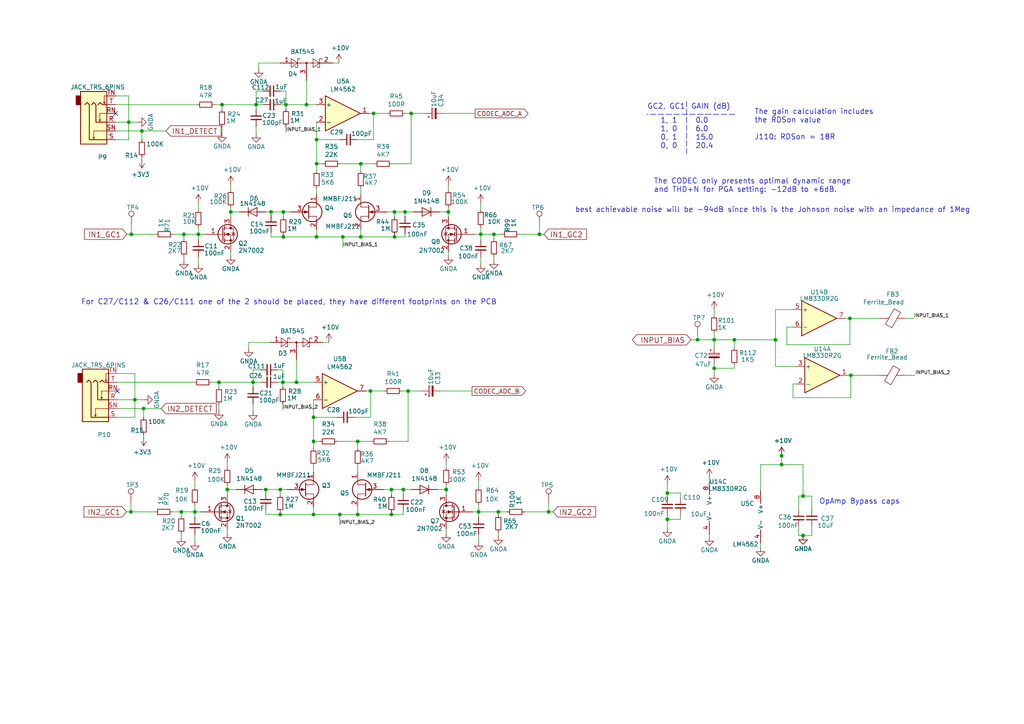
<source format=kicad_sch>
(kicad_sch (version 20211123) (generator eeschema)
  (paper "A4")
  (title_block (title "MOD Dwarf - Main Board") (date "2021-09-06") (rev "3.0") (company "MOD Devices GmbH") (comment 1 "Dwarf Audio processing board") (comment 2 "https://github.com/moddevices/hw-mod-dwarf"))
  (junction (at 41.656 118.491))
  (junction (at 156.464 67.945))
  (junction (at 246.761 108.839))
  (junction (at 226.695 134.747))
  (junction (at 91.821 47.498))
  (junction (at 103.759 149.225))
  (junction (at 90.932 121.031))
  (junction (at 99.441 68.707))
  (junction (at 37.338 35.433))
  (junction (at 52.578 148.463))
  (junction (at 98.552 149.225))
  (junction (at 77.089 141.986))
  (junction (at 81.28 149.225))
  (junction (at 91.821 68.707))
  (junction (at 232.918 143.891))
  (junction (at 207.137 98.552))
  (junction (at 224.917 98.552))
  (junction (at 129.413 141.986))
  (junction (at 66.929 61.468))
  (junction (at 193.548 143.002))
  (junction (at 104.648 47.498))
  (junction (at 65.913 141.986))
  (junction (at 114.427 68.707))
  (junction (at 118.364 113.411))
  (junction (at 103.759 128.016))
  (junction (at 212.979 98.552))
  (junction (at 232.918 155.321))
  (junction (at 63.5 110.871))
  (junction (at 38.1 67.945))
  (junction (at 64.389 30.353))
  (junction (at 53.34 67.945))
  (junction (at 91.821 40.513))
  (junction (at 104.648 68.707))
  (junction (at 88.9 30.353))
  (junction (at 113.538 141.986))
  (junction (at 130.048 61.468))
  (junction (at 139.446 67.945))
  (junction (at 226.695 132.207))
  (junction (at 82.169 68.707))
  (junction (at 138.811 148.463))
  (junction (at 159.131 148.463))
  (junction (at 41.148 37.973))
  (junction (at 144.526 148.463))
  (junction (at 78.613 61.468))
  (junction (at 202.311 98.552))
  (junction (at 90.932 149.225))
  (junction (at 193.548 150.622))
  (junction (at 90.932 128.016))
  (junction (at 74.295 30.353))
  (junction (at 57.531 67.945))
  (junction (at 207.137 106.807))
  (junction (at 116.967 141.986))
  (junction (at 39.116 115.951))
  (junction (at 119.253 32.893))
  (junction (at 82.931 30.353))
  (junction (at 108.331 32.893))
  (junction (at 113.538 149.225))
  (junction (at 246.507 92.329))
  (junction (at 82.042 110.871))
  (junction (at 82.169 61.468))
  (junction (at 73.406 110.871))
  (junction (at 107.442 113.411))
  (junction (at 85.979 110.871))
  (junction (at 81.28 141.986))
  (junction (at 117.475 61.468))
  (junction (at 143.256 67.945))
  (junction (at 37.973 148.463))
  (junction (at 56.515 148.463))
  (junction (at 114.427 61.468))
  (no_connect (at 34.036 113.411))
  (no_connect (at 33.528 32.893))
  (wire (pts (xy 137.033 148.463) (xy 138.811 148.463)))
  (wire (pts (xy 66.929 73.025) (xy 66.929 74.168)))
  (wire (pts (xy 41.656 115.951) (xy 39.116 115.951)))
  (wire (pts (xy 74.295 36.703) (xy 74.295 38.735)))
  (wire (pts (xy 119.253 32.893) (xy 117.475 32.893)))
  (wire (pts (xy 246.761 108.839) (xy 254.889 108.839)))
  (wire (pts (xy 76.327 30.353) (xy 74.295 30.353)))
  (wire (pts (xy 90.932 115.951) (xy 90.932 121.031)))
  (wire (pts (xy 68.453 141.986) (xy 65.913 141.986)))
  (wire (pts (xy 220.599 134.747) (xy 226.695 134.747)))
  (wire (pts (xy 139.446 74.549) (xy 139.446 76.581)))
  (wire (pts (xy 129.413 141.986) (xy 129.413 143.383)))
  (wire (pts (xy 138.811 155.067) (xy 138.811 157.099)))
  (wire (pts (xy 139.446 67.945) (xy 143.256 67.945)))
  (wire (pts (xy 232.918 143.891) (xy 231.648 143.891)))
  (wire (pts (xy 41.148 45.593) (xy 41.148 46.228)))
  (wire (pts (xy 226.695 134.747) (xy 232.918 134.747)))
  (wire (pts (xy 107.442 121.031) (xy 107.442 113.411)))
  (wire (pts (xy 139.446 58.928) (xy 139.446 60.833)))
  (wire (pts (xy 96.52 18.288) (xy 98.298 18.288)))
  (wire (pts (xy 56.515 155.067) (xy 56.515 157.099)))
  (wire (pts (xy 80.518 110.871) (xy 82.042 110.871)))
  (wire (pts (xy 34.036 115.951) (xy 39.116 115.951)))
  (wire (pts (xy 82.042 110.871) (xy 82.042 112.141)))
  (wire (pts (xy 232.918 134.747) (xy 232.918 143.891)))
  (wire (pts (xy 212.979 105.918) (xy 212.979 106.807)))
  (wire (pts (xy 107.442 113.411) (xy 111.506 113.411)))
  (wire (pts (xy 130.048 60.198) (xy 130.048 61.468)))
  (wire (pts (xy 152.146 148.463) (xy 159.131 148.463)))
  (wire (pts (xy 82.931 26.416) (xy 82.931 30.353)))
  (wire (pts (xy 103.759 149.225) (xy 98.552 149.225)))
  (wire (pts (xy 207.137 106.807) (xy 212.979 106.807)))
  (wire (pts (xy 212.979 100.838) (xy 212.979 98.552)))
  (wire (pts (xy 41.656 126.111) (xy 41.656 126.746)))
  (wire (pts (xy 235.458 152.781) (xy 235.458 155.321)))
  (wire (pts (xy 56.515 148.463) (xy 56.515 146.431)))
  (wire (pts (xy 207.137 98.552) (xy 207.137 96.52)))
  (wire (pts (xy 38.1 67.945) (xy 45.085 67.945)))
  (wire (pts (xy 91.821 66.548) (xy 91.821 68.707)))
  (wire (pts (xy 113.538 148.59) (xy 113.538 149.225)))
  (wire (pts (xy 107.061 32.893) (xy 108.331 32.893)))
  (wire (pts (xy 65.913 153.543) (xy 65.913 154.686)))
  (wire (pts (xy 73.406 107.2642) (xy 73.406 110.871)))
  (wire (pts (xy 117.475 67.818) (xy 117.475 68.707)))
  (wire (pts (xy 104.648 56.388) (xy 104.648 54.61)))
  (wire (pts (xy 41.656 118.491) (xy 41.656 121.031)))
  (wire (pts (xy 82.169 68.707) (xy 91.821 68.707)))
  (wire (pts (xy 113.538 143.51) (xy 113.538 141.986)))
  (wire (pts (xy 104.648 47.498) (xy 108.585 47.498)))
  (wire (pts (xy 63.5 110.871) (xy 63.5 112.268)))
  (wire (pts (xy 229.997 94.869) (xy 228.219 94.869)))
  (wire (pts (xy 104.648 66.548) (xy 104.648 68.707)))
  (wire (pts (xy 74.295 30.353) (xy 74.295 31.623)))
  (wire (pts (xy 78.613 61.468) (xy 82.169 61.468)))
  (wire (pts (xy 41.656 118.491) (xy 34.036 118.491)))
  (wire (pts (xy 58.293 148.463) (xy 56.515 148.463)))
  (wire (pts (xy 197.358 149.352) (xy 197.358 150.622)))
  (wire (pts (xy 90.932 121.031) (xy 97.663 121.031)))
  (wire (pts (xy 77.089 142.875) (xy 77.089 141.986)))
  (wire (pts (xy 139.446 67.945) (xy 139.446 69.469)))
  (wire (pts (xy 61.341 110.871) (xy 63.5 110.871)))
  (wire (pts (xy 90.932 128.016) (xy 90.932 121.031)))
  (wire (pts (xy 220.599 142.24) (xy 220.599 134.747)))
  (wire (pts (xy 75.057 18.288) (xy 81.28 18.288)))
  (wire (pts (xy 138.811 148.463) (xy 144.526 148.463)))
  (wire (pts (xy 88.9 23.368) (xy 88.9 30.353)))
  (wire (pts (xy 77.089 61.468) (xy 78.613 61.468)))
  (wire (pts (xy 56.515 148.463) (xy 52.578 148.463)))
  (wire (pts (xy 119.253 47.498) (xy 119.253 32.893)))
  (wire (pts (xy 127.508 113.411) (xy 136.906 113.411)))
  (wire (pts (xy 262.763 92.329) (xy 265.049 92.329)))
  (wire (pts (xy 65.913 141.986) (xy 65.913 143.383)))
  (wire (pts (xy 39.116 121.031) (xy 39.116 115.951)))
  (polyline (pts (xy 213.106 33.147) (xy 187.706 33.147)))
  (wire (pts (xy 220.599 158.75) (xy 220.599 157.48)))
  (wire (pts (xy 207.137 91.44) (xy 207.137 89.916)))
  (wire (pts (xy 114.427 68.072) (xy 114.427 68.707)))
  (wire (pts (xy 52.578 149.733) (xy 52.578 148.463)))
  (wire (pts (xy 108.331 40.513) (xy 108.331 32.893)))
  (wire (pts (xy 34.036 108.331) (xy 39.116 108.331)))
  (wire (pts (xy 56.515 139.446) (xy 56.515 141.351)))
  (wire (pts (xy 57.531 67.945) (xy 57.531 65.913)))
  (wire (pts (xy 63.5 110.871) (xy 73.406 110.871)))
  (wire (pts (xy 116.967 141.986) (xy 119.253 141.986)))
  (wire (pts (xy 229.997 115.316) (xy 229.997 111.379)))
  (wire (pts (xy 202.311 98.552) (xy 207.137 98.552)))
  (wire (pts (xy 130.048 61.468) (xy 130.048 62.865)))
  (wire (pts (xy 246.761 108.839) (xy 246.761 115.316)))
  (wire (pts (xy 144.526 149.352) (xy 144.526 148.463)))
  (wire (pts (xy 80.518 107.2642) (xy 82.042 107.2642)))
  (wire (pts (xy 231.648 155.321) (xy 232.918 155.321)))
  (wire (pts (xy 37.338 35.433) (xy 37.338 40.513)))
  (wire (pts (xy 90.932 130.048) (xy 90.932 128.016)))
  (wire (pts (xy 112.268 61.468) (xy 114.427 61.468)))
  (wire (pts (xy 246.126 108.839) (xy 246.761 108.839)))
  (wire (pts (xy 116.967 149.225) (xy 113.538 149.225)))
  (wire (pts (xy 126.873 141.986) (xy 129.413 141.986)))
  (wire (pts (xy 137.668 67.945) (xy 139.446 67.945)))
  (wire (pts (xy 41.148 37.973) (xy 33.528 37.973)))
  (wire (pts (xy 224.917 98.552) (xy 224.917 106.299)))
  (wire (pts (xy 118.364 113.411) (xy 116.586 113.411)))
  (wire (pts (xy 73.406 110.871) (xy 73.406 112.141)))
  (wire (pts (xy 66.929 61.468) (xy 66.929 62.865)))
  (wire (pts (xy 82.169 62.992) (xy 82.169 61.468)))
  (wire (pts (xy 108.331 32.893) (xy 112.395 32.893)))
  (wire (pts (xy 97.79 128.016) (xy 103.759 128.016)))
  (wire (pts (xy 229.997 111.379) (xy 230.886 111.379)))
  (wire (pts (xy 57.531 58.928) (xy 57.531 60.833)))
  (wire (pts (xy 139.446 67.945) (xy 139.446 65.913)))
  (wire (pts (xy 235.458 147.701) (xy 235.458 143.891)))
  (wire (pts (xy 231.648 143.891) (xy 231.648 147.701)))
  (wire (pts (xy 129.413 153.543) (xy 129.413 154.686)))
  (wire (pts (xy 103.759 136.906) (xy 103.759 135.128)))
  (wire (pts (xy 90.932 147.066) (xy 90.932 149.225)))
  (wire (pts (xy 82.169 61.468) (xy 84.201 61.468)))
  (wire (pts (xy 93.599 47.498) (xy 91.821 47.498)))
  (wire (pts (xy 73.406 117.221) (xy 73.406 119.253)))
  (wire (pts (xy 78.613 62.357) (xy 78.613 61.468)))
  (wire (pts (xy 113.665 47.498) (xy 119.253 47.498)))
  (wire (pts (xy 37.338 35.433) (xy 37.338 27.813)))
  (wire (pts (xy 103.632 40.513) (xy 108.331 40.513)))
  (wire (pts (xy 66.929 60.198) (xy 66.929 61.468)))
  (wire (pts (xy 48.133 37.973) (xy 41.148 37.973)))
  (wire (pts (xy 90.932 136.906) (xy 90.932 135.128)))
  (wire (pts (xy 200.406 98.552) (xy 202.311 98.552)))
  (wire (pts (xy 118.364 113.411) (xy 122.428 113.411)))
  (wire (pts (xy 202.311 97.282) (xy 202.311 98.552)))
  (wire (pts (xy 56.515 148.463) (xy 56.515 149.987)))
  (wire (pts (xy 143.256 74.422) (xy 143.256 75.438)))
  (wire (pts (xy 74.295 26.416) (xy 74.295 30.353)))
  (wire (pts (xy 117.475 61.468) (xy 119.888 61.468)))
  (wire (pts (xy 207.137 100.584) (xy 207.137 98.552)))
  (wire (pts (xy 197.358 144.272) (xy 197.358 143.002)))
  (wire (pts (xy 34.036 110.871) (xy 56.261 110.871)))
  (wire (pts (xy 82.169 68.072) (xy 82.169 68.707)))
  (polyline (pts (xy 199.136 29.337) (xy 199.136 44.577)))
  (wire (pts (xy 231.648 152.781) (xy 231.648 155.321)))
  (wire (pts (xy 81.28 148.59) (xy 81.28 149.225)))
  (wire (pts (xy 34.036 121.031) (xy 39.116 121.031)))
  (wire (pts (xy 235.458 143.891) (xy 232.918 143.891)))
  (wire (pts (xy 85.979 110.871) (xy 82.042 110.871)))
  (wire (pts (xy 57.531 67.945) (xy 53.34 67.945)))
  (wire (pts (xy 91.821 40.513) (xy 98.552 40.513)))
  (wire (pts (xy 127.508 61.468) (xy 130.048 61.468)))
  (wire (pts (xy 207.137 105.664) (xy 207.137 106.807)))
  (wire (pts (xy 64.389 30.353) (xy 64.389 31.75)))
  (wire (pts (xy 64.389 36.83) (xy 64.389 38.608)))
  (wire (pts (xy 232.918 155.321) (xy 235.458 155.321)))
  (wire (pts (xy 228.219 99.949) (xy 246.507 99.949)))
  (wire (pts (xy 91.821 30.353) (xy 88.9 30.353)))
  (wire (pts (xy 39.116 108.331) (xy 39.116 115.951)))
  (wire (pts (xy 99.441 71.755) (xy 99.441 68.707)))
  (wire (pts (xy 104.648 68.707) (xy 99.441 68.707)))
  (wire (pts (xy 212.979 98.552) (xy 224.917 98.552)))
  (wire (pts (xy 53.34 69.342) (xy 53.34 67.945)))
  (wire (pts (xy 116.967 143.129) (xy 116.967 141.986)))
  (wire (pts (xy 90.932 110.871) (xy 85.979 110.871)))
  (wire (pts (xy 63.5 117.348) (xy 63.5 119.126)))
  (wire (pts (xy 91.821 49.53) (xy 91.821 47.498)))
  (wire (pts (xy 65.913 134.112) (xy 65.913 135.636)))
  (wire (pts (xy 103.759 147.066) (xy 103.759 149.225)))
  (wire (pts (xy 205.74 154.94) (xy 205.74 155.702)))
  (wire (pts (xy 77.089 149.225) (xy 81.28 149.225)))
  (wire (pts (xy 53.34 74.422) (xy 53.34 75.438)))
  (wire (pts (xy 33.528 35.433) (xy 37.338 35.433)))
  (wire (pts (xy 229.997 89.789) (xy 224.917 89.789)))
  (wire (pts (xy 91.821 47.498) (xy 91.821 40.513)))
  (wire (pts (xy 33.528 30.353) (xy 57.15 30.353)))
  (wire (pts (xy 91.821 35.433) (xy 91.821 40.513)))
  (wire (pts (xy 98.552 149.225) (xy 90.932 149.225)))
  (wire (pts (xy 246.507 92.329) (xy 255.143 92.329)))
  (wire (pts (xy 117.475 68.707) (xy 114.427 68.707)))
  (wire (pts (xy 193.548 143.002) (xy 193.548 144.272)))
  (wire (pts (xy 193.548 140.462) (xy 193.548 143.002)))
  (wire (pts (xy 81.407 30.353) (xy 82.931 30.353)))
  (wire (pts (xy 159.131 145.796) (xy 159.131 148.463)))
  (wire (pts (xy 193.548 149.352) (xy 193.548 150.622)))
  (wire (pts (xy 114.427 62.992) (xy 114.427 61.468)))
  (wire (pts (xy 144.526 154.432) (xy 144.526 155.448)))
  (wire (pts (xy 76.3016 26.416) (xy 74.295 26.416)))
  (wire (pts (xy 33.528 27.813) (xy 37.338 27.813)))
  (wire (pts (xy 106.172 113.411) (xy 107.442 113.411)))
  (wire (pts (xy 119.253 32.893) (xy 123.317 32.893)))
  (wire (pts (xy 81.28 149.225) (xy 90.932 149.225)))
  (wire (pts (xy 224.917 89.789) (xy 224.917 98.552)))
  (wire (pts (xy 160.401 148.463) (xy 159.131 148.463)))
  (wire (pts (xy 36.703 148.463) (xy 37.973 148.463)))
  (wire (pts (xy 37.973 145.796) (xy 37.973 148.463)))
  (wire (pts (xy 77.089 141.986) (xy 81.28 141.986)))
  (wire (pts (xy 104.648 49.53) (xy 104.648 47.498)))
  (wire (pts (xy 81.28 143.51) (xy 81.28 141.986)))
  (wire (pts (xy 113.538 141.986) (xy 116.967 141.986)))
  (wire (pts (xy 46.736 118.491) (xy 41.656 118.491)))
  (wire (pts (xy 81.28 141.986) (xy 83.312 141.986)))
  (wire (pts (xy 39.878 35.433) (xy 37.338 35.433)))
  (wire (pts (xy 138.811 148.463) (xy 138.811 149.987)))
  (wire (pts (xy 138.811 148.463) (xy 138.811 146.431)))
  (wire (pts (xy 118.364 128.016) (xy 118.364 113.411)))
  (wire (pts (xy 197.358 150.622) (xy 193.548 150.622)))
  (wire (pts (xy 207.137 98.552) (xy 212.979 98.552)))
  (wire (pts (xy 150.622 67.945) (xy 156.464 67.945)))
  (wire (pts (xy 52.578 148.463) (xy 50.038 148.463)))
  (wire (pts (xy 93.599 99.314) (xy 95.377 99.314)))
  (wire (pts (xy 57.531 74.549) (xy 57.531 76.581)))
  (wire (pts (xy 82.042 107.2642) (xy 82.042 110.871)))
  (wire (pts (xy 102.743 121.031) (xy 107.442 121.031)))
  (wire (pts (xy 41.148 37.973) (xy 41.148 40.513)))
  (wire (pts (xy 77.089 147.955) (xy 77.089 149.225)))
  (wire (pts (xy 246.507 92.329) (xy 245.237 92.329)))
  (wire (pts (xy 130.048 53.594) (xy 130.048 55.118)))
  (wire (pts (xy 91.821 56.388) (xy 91.821 54.61)))
  (wire (pts (xy 103.759 128.016) (xy 107.696 128.016)))
  (wire (pts (xy 75.057 19.939) (xy 75.057 18.288)))
  (wire (pts (xy 78.613 67.437) (xy 78.613 68.707)))
  (wire (pts (xy 75.438 110.871) (xy 73.406 110.871)))
  (wire (pts (xy 92.71 128.016) (xy 90.932 128.016)))
  (wire (pts (xy 205.74 138.557) (xy 205.74 139.7)))
  (wire (pts (xy 72.136 99.314) (xy 78.359 99.314)))
  (wire (pts (xy 143.256 67.945) (xy 145.542 67.945)))
  (wire (pts (xy 129.413 134.112) (xy 129.413 135.636)))
  (wire (pts (xy 66.929 53.594) (xy 66.929 55.118)))
  (wire (pts (xy 65.913 140.716) (xy 65.913 141.986)))
  (wire (pts (xy 64.389 30.353) (xy 74.295 30.353)))
  (wire (pts (xy 111.379 141.986) (xy 113.538 141.986)))
  (wire (pts (xy 37.973 148.463) (xy 44.958 148.463)))
  (wire (pts (xy 224.917 106.299) (xy 230.886 106.299)))
  (wire (pts (xy 144.526 148.463) (xy 147.066 148.463)))
  (wire (pts (xy 82.931 30.353) (xy 82.931 31.623)))
  (wire (pts (xy 104.648 68.707) (xy 114.427 68.707)))
  (wire (pts (xy 33.528 40.513) (xy 37.338 40.513)))
  (wire (pts (xy 226.695 132.207) (xy 226.695 134.747)))
  (wire (pts (xy 82.931 38.354) (xy 82.931 36.703)))
  (wire (pts (xy 75.438 107.2642) (xy 73.406 107.2642)))
  (wire (pts (xy 129.413 140.716) (xy 129.413 141.986)))
  (wire (pts (xy 98.552 152.273) (xy 98.552 149.225)))
  (wire (pts (xy 38.1 65.278) (xy 38.1 67.945)))
  (wire (pts (xy 138.811 139.446) (xy 138.811 141.351)))
  (wire (pts (xy 78.613 68.707) (xy 82.169 68.707)))
  (wire (pts (xy 262.509 108.839) (xy 265.43 108.839)))
  (wire (pts (xy 130.048 73.025) (xy 130.048 74.168)))
  (wire (pts (xy 157.734 67.945) (xy 156.464 67.945)))
  (wire (pts (xy 76.073 141.986) (xy 77.089 141.986)))
  (wire (pts (xy 59.309 67.945) (xy 57.531 67.945)))
  (wire (pts (xy 36.83 67.945) (xy 38.1 67.945)))
  (wire (pts (xy 52.578 154.813) (xy 52.578 155.829)))
  (wire (pts (xy 103.759 130.048) (xy 103.759 128.016)))
  (wire (pts (xy 53.34 67.945) (xy 50.165 67.945)))
  (wire (pts (xy 81.3816 26.416) (xy 82.931 26.416)))
  (wire (pts (xy 88.9 30.353) (xy 82.931 30.353)))
  (wire (pts (xy 112.776 128.016) (xy 118.364 128.016)))
  (wire (pts (xy 207.137 106.807) (xy 207.137 108.458)))
  (wire (pts (xy 72.136 100.965) (xy 72.136 99.314)))
  (wire (pts (xy 193.548 150.622) (xy 193.548 153.162)))
  (wire (pts (xy 128.397 32.893) (xy 137.795 32.893)))
  (wire (pts (xy 246.761 115.316) (xy 229.997 115.316)))
  (wire (pts (xy 62.23 30.353) (xy 64.389 30.353)))
  (wire (pts (xy 197.358 143.002) (xy 193.548 143.002)))
  (wire (pts (xy 228.219 94.869) (xy 228.219 99.949)))
  (wire (pts (xy 116.967 148.209) (xy 116.967 149.225)))
  (wire (pts (xy 103.759 149.225) (xy 113.538 149.225)))
  (wire (pts (xy 117.475 62.738) (xy 117.475 61.468)))
  (wire (pts (xy 156.464 65.278) (xy 156.464 67.945)))
  (wire (pts (xy 114.427 61.468) (xy 117.475 61.468)))
  (wire (pts (xy 98.679 47.498) (xy 104.648 47.498)))
  (wire (pts (xy 57.531 67.945) (xy 57.531 69.469)))
  (wire (pts (xy 82.042 118.872) (xy 82.042 117.221)))
  (wire (pts (xy 69.469 61.468) (xy 66.929 61.468)))
  (wire (pts (xy 85.979 104.394) (xy 85.979 110.871)))
  (wire (pts (xy 99.441 68.707) (xy 91.821 68.707)))
  (wire (pts (xy 246.507 99.949) (xy 246.507 92.329)))
  (wire (pts (xy 143.256 69.342) (xy 143.256 67.945)))
  (text "best achievable noise will be -94dB since this is the Johnson noise with an impedance of 1Meg" (at 166.751 61.849 0) (effects (font (size 1.524 1.524)) (justify left bottom)))
  (text "The CODEC only presents optimal dynamic range\nand THD+N for PGA setting: -12dB to +6dB." (at 189.611 56.007 0) (effects (font (size 1.524 1.524)) (justify left bottom)))
  (text "OpAmp Bypass caps" (at 237.617 146.431 0) (effects (font (size 1.524 1.524)) (justify left bottom)))
  (text "For C27/C112 & C26/C111 one of the 2 should be placed, they have different footprints on the PCB" (at 23.495 88.5952 0) (effects (font (size 1.524 1.524)) (justify left bottom)))
  (text "The gain calculation includes\nthe RDSon value\n\nJ110: RDSon = 18R" (at 218.821 40.767 0) (effects (font (size 1.524 1.524)) (justify left bottom)))
  (text "1, 1\n1, 0\n0, 1\n0, 0" (at 191.516 43.307 0) (effects (font (size 1.524 1.524)) (justify left bottom)))
  (text "GAIN (dB)" (at 200.406 31.877 0) (effects (font (size 1.524 1.524)) (justify left bottom)))
  (text "0.0\n6.0\n15.0\n20.4" (at 201.676 43.307 0) (effects (font (size 1.524 1.524)) (justify left bottom)))
  (text "GC2, GC1" (at 187.706 31.877 0) (effects (font (size 1.524 1.524)) (justify left bottom)))
  (label "INPUT_BIAS_1" (at 82.931 38.354 0) (effects (font (size 0.9906 0.9906))))
  (label "INPUT_BIAS_2" (at 98.552 152.273 0) (effects (font (size 0.9906 0.9906))))
  (label "INPUT_BIAS_2" (at 265.43 108.839 0) (effects (font (size 0.9906 0.9906))))
  (label "INPUT_BIAS_1" (at 99.441 71.755 0) (effects (font (size 0.9906 0.9906))))
  (label "INPUT_BIAS_2" (at 82.042 118.872 0) (effects (font (size 0.9906 0.9906))))
  (label "INPUT_BIAS_1" (at 265.049 92.329 0) (effects (font (size 0.9906 0.9906))))
  (global_label "IN1_DETECT" (shape input) (at 48.133 37.973 0) (effects (font (size 1.524 1.524))) (property "Intersheet References" "${INTERSHEET_REFS}" (effects hide)))
  (global_label "IN2_GC1" (shape input) (at 36.703 148.463 180) (effects (font (size 1.524 1.524))) (property "Intersheet References" "${INTERSHEET_REFS}" (effects hide)))
  (global_label "IN1_GC2" (shape input) (at 157.734 67.945 0) (effects (font (size 1.524 1.524))) (property "Intersheet References" "${INTERSHEET_REFS}" (effects hide)))
  (global_label "CODEC_ADC_B" (shape output) (at 136.906 113.411 0) (property "Intersheet References" "${INTERSHEET_REFS}" (effects hide)))
  (global_label "IN1_GC1" (shape input) (at 36.83 67.945 180) (effects (font (size 1.524 1.524))) (property "Intersheet References" "${INTERSHEET_REFS}" (effects hide)))
  (global_label "IN2_DETECT" (shape input) (at 46.736 118.491 0) (effects (font (size 1.524 1.524))) (property "Intersheet References" "${INTERSHEET_REFS}" (effects hide)))
  (global_label "INPUT_BIAS" (shape bidirectional) (at 200.406 98.552 180) (effects (font (size 1.524 1.524))) (property "Intersheet References" "${INTERSHEET_REFS}" (effects hide)))
  (global_label "CODEC_ADC_A" (shape output) (at 137.795 32.893 0) (property "Intersheet References" "${INTERSHEET_REFS}" (effects hide)))
  (global_label "IN2_GC2" (shape input) (at 160.401 148.463 0) (effects (font (size 1.524 1.524))) (property "Intersheet References" "${INTERSHEET_REFS}" (effects hide)))
  (symbol (lib_id "bottom-board-rescue:R_Small-Device") (at 59.69 30.353 270) (unit 1)
    (property "Reference" "R18" (at 59.69 25.3746 90))
    (property "Value" "47R" (at 59.69 27.686 90))
    (property "Footprint" "Resistor_SMD:R_0603_1608Metric" (effects hide))
    (property "MPN" "RT0603DRE0747RL" (effects hide))
  )
  (symbol (lib_id "bottom-board-rescue:R_Small-Device") (at 64.389 34.29 180) (unit 1)
    (property "Reference" "R24" (at 65.8876 33.1216 0) (effects (justify right)))
    (property "Value" "1M" (at 65.532 35.052 0) (effects (justify right)))
    (property "Footprint" "Resistor_SMD:R_0603_1608Metric" (effects hide))
    (property "MPN" "RT0603BRD071ML" (effects hide))
  )
  (symbol (lib_id "bottom-board-rescue:C_Small") (at 74.295 34.163 0) (unit 1)
    (property "Reference" "C23" (at 76.073 33.528 0) (effects (justify left)))
    (property "Value" "100pF" (at 75.946 35.56 0) (effects (justify left)))
    (property "Footprint" "Capacitor_SMD:C_0603_1608Metric" (effects hide))
    (property "MPN" "C0603C101J3GACTU" (effects hide))
  )
  (symbol (lib_id "bottom-board-rescue:GNDA-power") (at 74.295 38.735 0) (unit 1)
    (property "Reference" "#PWR0138" (effects hide))
    (property "Value" "GNDA" (at 74.295 42.545 0))
  )
  (symbol (lib_id "bottom-board-rescue:GNDA-power") (at 64.389 38.608 0) (unit 1)
    (property "Reference" "#PWR0139" (effects hide))
    (property "Value" "GNDA" (at 64.389 42.418 0))
  )
  (symbol (lib_id "bottom-board-rescue:C_Small") (at 78.867 30.353 270) (unit 1)
    (property "Reference" "C27" (at 73.9648 29.083 90) (effects (justify left)))
    (property "Value" "1uF" (at 79.629 29.337 90) (effects (justify left)))
    (property "Footprint" "Capacitor_SMD:C_0603_1608Metric" (effects hide))
    (property "MPN" "TMK107B7105KA-T" (effects hide))
  )
  (symbol (lib_id "bottom-board-rescue:R_Small-Device") (at 82.931 34.163 180) (unit 1)
    (property "Reference" "R31" (at 84.4296 32.9946 0) (effects (justify right)))
    (property "Value" "1M" (at 84.074 34.925 0) (effects (justify right)))
    (property "Footprint" "Resistor_SMD:R_0603_1608Metric" (effects hide))
    (property "MPN" "RT0603BRD071ML" (effects hide))
  )
  (symbol (lib_id "bottom-board-rescue:TL072-Amplifier_Operational") (at 99.441 32.893 0) (unit 1)
    (property "Reference" "U5" (at 99.441 23.5712 0))
    (property "Value" "LM4562" (at 99.441 25.8826 0))
    (property "Footprint" "Package_SO:SOIC-8_3.9x4.9mm_P1.27mm" (effects hide))
    (property "Datasheet" "http://www.ti.com/lit/ds/symlink/tl071.pdf" (effects hide))
    (property "MPN" "LM4562MAX/NOPB" (effects hide))
  )
  (symbol (lib_id "bottom-board-rescue:TL072-Amplifier_Operational") (at 98.552 113.411 0) (unit 2)
    (property "Reference" "U5" (at 98.552 104.0892 0))
    (property "Value" "LM4562" (at 98.552 106.4006 0))
    (property "Datasheet" "http://www.ti.com/lit/ds/symlink/tl071.pdf" (effects hide))
    (property "MPN" "LM4562MAX/NOPB" (effects hide))
  )
  (symbol (lib_id "bottom-board-rescue:TL072-Amplifier_Operational") (at 223.139 149.86 0) (unit 3)
    (property "Reference" "U5" (at 214.757 146.05 0) (effects (justify left)))
    (property "Value" "LM4562" (at 212.471 157.861 0) (effects (justify left)))
    (property "Datasheet" "http://www.ti.com/lit/ds/symlink/tl071.pdf" (effects hide))
  )
  (symbol (lib_id "bottom-board-rescue:C_Small") (at 101.092 40.513 90) (unit 1)
    (property "Reference" "C29" (at 99.568 38.354 90) (effects (justify left)))
    (property "Value" "100pF" (at 107.95 38.735 90) (effects (justify left)))
    (property "Footprint" "Capacitor_SMD:C_0603_1608Metric" (effects hide))
    (property "MPN" "C0603C101J3GACTU" (effects hide))
  )
  (symbol (lib_id "bottom-board-rescue:R_Small-Device") (at 114.935 32.893 270) (unit 1)
    (property "Reference" "R45" (at 114.935 27.9146 90))
    (property "Value" "100R" (at 114.935 30.226 90))
    (property "Footprint" "Resistor_SMD:R_0603_1608Metric" (effects hide))
    (property "MPN" "RT0603DRD07100RL" (effects hide))
  )
  (symbol (lib_id "bottom-board-rescue:R_Small-Device") (at 111.125 47.498 270) (unit 1)
    (property "Reference" "R39" (at 111.125 42.5196 90))
    (property "Value" "4K7" (at 111.125 44.831 90))
    (property "Footprint" "Resistor_SMD:R_0603_1608Metric" (effects hide))
    (property "MPN" "RT0603DRE074K7L" (effects hide))
  )
  (symbol (lib_id "bottom-board-rescue:R_Small-Device") (at 96.139 47.498 270) (unit 1)
    (property "Reference" "R35" (at 96.139 42.5196 90))
    (property "Value" "22K" (at 96.139 44.831 90))
    (property "Footprint" "Resistor_SMD:R_0603_1608Metric" (effects hide))
    (property "MPN" "RT0603DRD0722KL" (effects hide))
  )
  (symbol (lib_id "bottom-board-rescue:R_Small-Device") (at 91.821 52.07 180) (unit 1)
    (property "Reference" "R33" (at 94.869 50.673 0))
    (property "Value" "5K6" (at 95.0468 52.8828 0))
    (property "Footprint" "Resistor_SMD:R_0603_1608Metric" (effects hide))
    (property "MPN" "ERA-3AED562V" (effects hide))
  )
  (symbol (lib_id "bottom-board-rescue:R_Small-Device") (at 104.648 52.07 180) (unit 1)
    (property "Reference" "R37" (at 107.315 51.181 0))
    (property "Value" "4K7" (at 107.5944 53.0352 0))
    (property "Footprint" "Resistor_SMD:R_0603_1608Metric" (effects hide))
    (property "MPN" "RT0603DRE074K7L" (effects hide))
  )
  (symbol (lib_id "bottom-board-rescue:Q_NJFET_DSG") (at 89.281 61.468 0) (unit 1)
    (property "Reference" "Q4" (at 94.1324 60.2996 0) (effects (justify left)))
    (property "Value" "MMBFJ211" (at 94.361 65.659 0) (effects (justify left)))
    (property "Footprint" "Package_TO_SOT_SMD:SOT-23" (effects hide))
    (property "MPN" "MMBFJ211CT-ND" (effects hide))
  )
  (symbol (lib_id "bottom-board-rescue:Q_NJFET_DSG") (at 107.188 61.468 0) (mirror y) (unit 1)
    (property "Reference" "Q6" (at 102.235 62.484 0) (effects (justify left)))
    (property "Value" "MMBFJ211" (at 103.632 57.658 0) (effects (justify left)))
    (property "Footprint" "Package_TO_SOT_SMD:SOT-23" (effects hide))
    (property "MPN" "MMBFJ211CT-ND" (effects hide))
  )
  (symbol (lib_id "bottom-board-rescue:R_Small-Device") (at 82.169 65.532 180) (unit 1)
    (property "Reference" "R29" (at 83.6676 64.3636 0) (effects (justify right)))
    (property "Value" "1M" (at 83.312 66.294 0) (effects (justify right)))
    (property "Footprint" "Resistor_SMD:R_0603_1608Metric" (effects hide))
    (property "MPN" "RT0603BRD071ML" (effects hide))
  )
  (symbol (lib_id "bottom-board-rescue:1N4148-Diode") (at 73.279 61.468 0) (unit 1)
    (property "Reference" "D6" (at 73.66 57.531 0))
    (property "Value" "1N4148" (at 73.279 59.055 0))
    (property "Footprint" "Diode_SMD:D_SOD-323_HandSoldering" (effects hide))
    (property "Datasheet" "https://assets.nexperia.com/documents/data-sheet/1N4148_1N4448.pdf" (effects hide))
    (property "MPN" "1N4148WS" (effects hide))
  )
  (symbol (lib_id "bottom-board-rescue:R_Small-Device") (at 66.929 57.658 180) (unit 1)
    (property "Reference" "R26" (at 61.976 56.896 0) (effects (justify right)))
    (property "Value" "100K" (at 60.706 58.547 0) (effects (justify right)))
    (property "Footprint" "Resistor_SMD:R_0603_1608Metric" (effects hide))
    (property "MPN" "RMCF0603JT100K" (effects hide))
  )
  (symbol (lib_id "bottom-board-rescue:Q_NMOS_GSD") (at 64.389 67.945 0) (unit 1)
    (property "Reference" "Q2" (at 69.088 70.612 0) (effects (justify left)))
    (property "Value" "2N7002" (at 69.088 72.644 0) (effects (justify left)))
    (property "Footprint" "Package_TO_SOT_SMD:SOT-23" (effects hide))
    (property "MPN" "2N7002P,215" (effects hide))
  )
  (symbol (lib_id "bottom-board-rescue:GNDA-power") (at 66.929 74.168 0) (unit 1)
    (property "Reference" "#PWR0141" (effects hide))
    (property "Value" "GNDA" (at 66.929 77.978 0))
  )
  (symbol (lib_id "bottom-board-rescue:R_Small-Device") (at 57.531 63.373 180) (unit 1)
    (property "Reference" "R21" (at 52.959 62.484 0) (effects (justify right)))
    (property "Value" "10K" (at 52.959 64.262 0) (effects (justify right)))
    (property "Footprint" "Resistor_SMD:R_0603_1608Metric" (effects hide))
    (property "MPN" "RR0816P-103-D" (effects hide))
  )
  (symbol (lib_id "bottom-board-rescue:R_Small-Device") (at 53.34 71.882 180) (unit 1)
    (property "Reference" "R22" (at 48.768 70.993 0) (effects (justify right)))
    (property "Value" "2K7" (at 48.641 72.771 0) (effects (justify right)))
    (property "Footprint" "Resistor_SMD:R_0603_1608Metric" (effects hide))
    (property "MPN" "CRGCQ0603F2K7" (effects hide))
  )
  (symbol (lib_id "bottom-board-rescue:GNDA-power") (at 53.34 75.438 0) (unit 1)
    (property "Reference" "#PWR0142" (effects hide))
    (property "Value" "GNDA" (at 53.34 79.248 0))
  )
  (symbol (lib_id "bottom-board-rescue:TestPoint-Connector") (at 38.1 65.278 0) (unit 1)
    (property "Reference" "TP4" (at 36.703 60.198 0) (effects (justify left)))
    (property "Value" "TestPoint" (effects hide))
    (property "Footprint" "TestPoint:TestPoint_Pad_D1.0mm" (effects hide))
  )
  (symbol (lib_id "bottom-board-rescue:R_Small-Device") (at 114.427 65.532 0) (mirror x) (unit 1)
    (property "Reference" "R44" (at 112.9284 64.3636 0) (effects (justify right)))
    (property "Value" "1M" (at 113.284 66.294 0) (effects (justify right)))
    (property "Footprint" "Resistor_SMD:R_0603_1608Metric" (effects hide))
    (property "MPN" "RT0603BRD071ML" (effects hide))
  )
  (symbol (lib_id "bottom-board-rescue:1N4148-Diode") (at 123.698 61.468 0) (mirror y) (unit 1)
    (property "Reference" "D9" (at 123.698 55.9816 0))
    (property "Value" "1N4148" (at 123.698 58.293 0))
    (property "Footprint" "Diode_SMD:D_SOD-323_HandSoldering" (effects hide))
    (property "Datasheet" "https://assets.nexperia.com/documents/data-sheet/1N4148_1N4448.pdf" (effects hide))
    (property "MPN" "1N4148WS" (effects hide))
  )
  (symbol (lib_id "bottom-board-rescue:R_Small-Device") (at 130.048 57.658 0) (mirror x) (unit 1)
    (property "Reference" "R54" (at 135.128 56.642 0) (effects (justify right)))
    (property "Value" "100K" (at 135.89 58.547 0) (effects (justify right)))
    (property "Footprint" "Resistor_SMD:R_0603_1608Metric" (effects hide))
    (property "MPN" "RMCF0603JT100K" (effects hide))
  )
  (symbol (lib_id "bottom-board-rescue:Q_NMOS_GSD") (at 132.588 67.945 0) (mirror y) (unit 1)
    (property "Reference" "Q8" (at 127.762 70.104 0) (effects (justify left)))
    (property "Value" "2N7002" (at 129.032 72.644 0) (effects (justify left)))
    (property "Footprint" "Package_TO_SOT_SMD:SOT-23" (effects hide))
    (property "MPN" "2N7002P,215" (effects hide))
  )
  (symbol (lib_id "bottom-board-rescue:GNDA-power") (at 130.048 74.168 0) (mirror y) (unit 1)
    (property "Reference" "#PWR0147" (effects hide))
    (property "Value" "GNDA" (at 130.048 77.978 0))
  )
  (symbol (lib_id "bottom-board-rescue:R_Small-Device") (at 139.446 63.373 0) (mirror x) (unit 1)
    (property "Reference" "R66" (at 144.272 62.357 0) (effects (justify right)))
    (property "Value" "10K" (at 145.288 64.262 0) (effects (justify right)))
    (property "Footprint" "Resistor_SMD:R_0603_1608Metric" (effects hide))
    (property "MPN" "RR0816P-103-D" (effects hide))
  )
  (symbol (lib_id "bottom-board-rescue:R_Small-Device") (at 143.256 71.882 0) (mirror x) (unit 1)
    (property "Reference" "R67" (at 148.59 71.12 0) (effects (justify right)))
    (property "Value" "2K7" (at 149.098 72.771 0) (effects (justify right)))
    (property "Footprint" "Resistor_SMD:R_0603_1608Metric" (effects hide))
    (property "MPN" "CRGCQ0603F2K7" (effects hide))
  )
  (symbol (lib_id "bottom-board-rescue:GNDA-power") (at 143.256 75.438 0) (mirror y) (unit 1)
    (property "Reference" "#PWR0148" (effects hide))
    (property "Value" "GNDA" (at 143.256 79.248 0))
  )
  (symbol (lib_id "bottom-board-rescue:TestPoint-Connector") (at 156.464 65.278 0) (mirror y) (unit 1)
    (property "Reference" "TP6" (at 157.861 60.198 0) (effects (justify left)))
    (property "Value" "TestPoint" (effects hide))
    (property "Footprint" "TestPoint:TestPoint_Pad_D1.0mm" (effects hide))
  )
  (symbol (lib_id "bottom-board-rescue:CP_Small") (at 125.857 32.893 90) (unit 1)
    (property "Reference" "C34" (at 127.889 31.115 0) (effects (justify left)))
    (property "Value" "10uF" (at 125.857 31.115 0) (effects (justify left)))
    (property "Footprint" "Capacitor_SMD:CP_Elec_4x5.7" (effects hide))
    (property "MPN" "EEE-HB1C100R" (effects hide))
  )
  (symbol (lib_id "bottom-board-rescue:R_Small-Device") (at 58.801 110.871 270) (unit 1)
    (property "Reference" "R17" (at 58.801 105.8926 90))
    (property "Value" "47R" (at 58.801 108.204 90))
    (property "Footprint" "Resistor_SMD:R_0603_1608Metric" (effects hide))
    (property "MPN" "RT0603DRE0747RL" (effects hide))
  )
  (symbol (lib_id "bottom-board-rescue:R_Small-Device") (at 63.5 114.808 180) (unit 1)
    (property "Reference" "R23" (at 64.9986 113.6396 0) (effects (justify right)))
    (property "Value" "1M" (at 64.643 115.57 0) (effects (justify right)))
    (property "Footprint" "Resistor_SMD:R_0603_1608Metric" (effects hide))
    (property "MPN" "RT0603BRD071ML" (effects hide))
  )
  (symbol (lib_id "bottom-board-rescue:C_Small") (at 73.406 114.681 0) (unit 1)
    (property "Reference" "C21" (at 75.184 114.046 0) (effects (justify left)))
    (property "Value" "100pF" (at 75.057 116.078 0) (effects (justify left)))
    (property "Footprint" "Capacitor_SMD:C_0603_1608Metric" (effects hide))
    (property "MPN" "C0603C101J3GACTU" (effects hide))
  )
  (symbol (lib_id "bottom-board-rescue:GNDA-power") (at 73.406 119.253 0) (unit 1)
    (property "Reference" "#PWR0150" (effects hide))
    (property "Value" "GNDA" (at 73.406 123.063 0))
  )
  (symbol (lib_id "bottom-board-rescue:GNDA-power") (at 63.5 119.126 0) (unit 1)
    (property "Reference" "#PWR0153" (effects hide))
    (property "Value" "GNDA" (at 63.5 122.936 0))
  )
  (symbol (lib_id "bottom-board-rescue:C_Small") (at 77.978 110.871 270) (unit 1)
    (property "Reference" "C26" (at 72.1868 108.9914 90) (effects (justify left)))
    (property "Value" "1uF" (at 79.121 109.22 90) (effects (justify left)))
    (property "Footprint" "Capacitor_SMD:C_0603_1608Metric" (effects hide))
    (property "MPN" "TMK107B7105KA-T" (effects hide))
  )
  (symbol (lib_id "bottom-board-rescue:R_Small-Device") (at 82.042 114.681 180) (unit 1)
    (property "Reference" "R28" (at 83.5406 113.5126 0) (effects (justify right)))
    (property "Value" "1M" (at 83.185 115.443 0) (effects (justify right)))
    (property "Footprint" "Resistor_SMD:R_0603_1608Metric" (effects hide))
    (property "MPN" "RT0603BRD071ML" (effects hide))
  )
  (symbol (lib_id "bottom-board-rescue:C_Small") (at 100.203 121.031 90) (unit 1)
    (property "Reference" "C28" (at 98.679 118.872 90) (effects (justify left)))
    (property "Value" "100pF" (at 107.061 119.253 90) (effects (justify left)))
    (property "Footprint" "Capacitor_SMD:C_0603_1608Metric" (effects hide))
    (property "MPN" "C0603C101J3GACTU" (effects hide))
  )
  (symbol (lib_id "bottom-board-rescue:R_Small-Device") (at 114.046 113.411 270) (unit 1)
    (property "Reference" "R41" (at 114.046 108.4326 90))
    (property "Value" "100R" (at 114.046 110.744 90))
    (property "Footprint" "Resistor_SMD:R_0603_1608Metric" (effects hide))
    (property "MPN" "RT0603DRD07100RL" (effects hide))
  )
  (symbol (lib_id "bottom-board-rescue:R_Small-Device") (at 110.236 128.016 270) (unit 1)
    (property "Reference" "R38" (at 110.236 123.0376 90))
    (property "Value" "4K7" (at 110.236 125.349 90))
    (property "Footprint" "Resistor_SMD:R_0603_1608Metric" (effects hide))
    (property "MPN" "RT0603DRE074K7L" (effects hide))
  )
  (symbol (lib_id "bottom-board-rescue:R_Small-Device") (at 95.25 128.016 270) (unit 1)
    (property "Reference" "R34" (at 95.25 123.0376 90))
    (property "Value" "22K" (at 95.25 125.349 90))
    (property "Footprint" "Resistor_SMD:R_0603_1608Metric" (effects hide))
    (property "MPN" "RT0603DRD0722KL" (effects hide))
  )
  (symbol (lib_id "bottom-board-rescue:R_Small-Device") (at 90.932 132.588 180) (unit 1)
    (property "Reference" "R32" (at 93.726 131.445 0))
    (property "Value" "5K6" (at 94.0308 133.35 0))
    (property "Footprint" "Resistor_SMD:R_0603_1608Metric" (effects hide))
    (property "MPN" "ERA-3AED562V" (effects hide))
  )
  (symbol (lib_id "bottom-board-rescue:R_Small-Device") (at 103.759 132.588 180) (unit 1)
    (property "Reference" "R36" (at 106.426 131.699 0))
    (property "Value" "4K7" (at 106.5276 133.7056 0))
    (property "Footprint" "Resistor_SMD:R_0603_1608Metric" (effects hide))
    (property "MPN" "RT0603DRE074K7L" (effects hide))
  )
  (symbol (lib_id "bottom-board-rescue:Q_NJFET_DSG") (at 88.392 141.986 0) (unit 1)
    (property "Reference" "Q3" (at 93.2434 140.8176 0) (effects (justify left)))
    (property "Value" "MMBFJ211" (at 80.137 137.795 0) (effects (justify left)))
    (property "Footprint" "Package_TO_SOT_SMD:SOT-23" (effects hide))
    (property "MPN" "MMBFJ211CT-ND" (effects hide))
  )
  (symbol (lib_id "bottom-board-rescue:Q_NJFET_DSG") (at 106.299 141.986 0) (mirror y) (unit 1)
    (property "Reference" "Q5" (at 101.346 143.002 0) (effects (justify left)))
    (property "Value" "MMBFJ211" (at 116.459 137.795 0) (effects (justify left)))
    (property "Footprint" "Package_TO_SOT_SMD:SOT-23" (effects hide))
    (property "MPN" "MMBFJ211CT-ND" (effects hide))
  )
  (symbol (lib_id "bottom-board-rescue:R_Small-Device") (at 81.28 146.05 180) (unit 1)
    (property "Reference" "R27" (at 82.7786 144.8816 0) (effects (justify right)))
    (property "Value" "1M" (at 82.423 146.812 0) (effects (justify right)))
    (property "Footprint" "Resistor_SMD:R_0603_1608Metric" (effects hide))
    (property "MPN" "RT0603BRD071ML" (effects hide))
  )
  (symbol (lib_id "bottom-board-rescue:1N4148-Diode") (at 72.263 141.986 0) (unit 1)
    (property "Reference" "D5" (at 72.263 136.4996 0))
    (property "Value" "1N4148" (at 72.263 138.811 0))
    (property "Footprint" "Diode_SMD:D_SOD-323_HandSoldering" (effects hide))
    (property "Datasheet" "https://assets.nexperia.com/documents/data-sheet/1N4148_1N4448.pdf" (effects hide))
    (property "MPN" "1N4148WS" (effects hide))
  )
  (symbol (lib_id "bottom-board-rescue:R_Small-Device") (at 65.913 138.176 180) (unit 1)
    (property "Reference" "R25" (at 60.325 136.525 0) (effects (justify right)))
    (property "Value" "100K" (at 60.071 139.065 0) (effects (justify right)))
    (property "Footprint" "Resistor_SMD:R_0603_1608Metric" (effects hide))
    (property "MPN" "RMCF0603JT100K" (effects hide))
  )
  (symbol (lib_id "bottom-board-rescue:Q_NMOS_GSD") (at 63.373 148.463 0) (unit 1)
    (property "Reference" "Q1" (at 68.326 150.368 0) (effects (justify left)))
    (property "Value" "2N7002" (at 68.326 152.4 0) (effects (justify left)))
    (property "Footprint" "Package_TO_SOT_SMD:SOT-23" (effects hide))
    (property "MPN" "2N7002P,215" (effects hide))
  )
  (symbol (lib_id "bottom-board-rescue:GNDA-power") (at 65.913 154.686 0) (unit 1)
    (property "Reference" "#PWR0155" (effects hide))
    (property "Value" "GNDA" (at 65.913 158.496 0))
  )
  (symbol (lib_id "bottom-board-rescue:R_Small-Device") (at 56.515 143.891 180) (unit 1)
    (property "Reference" "R19" (at 50.8 142.24 0) (effects (justify right)))
    (property "Value" "10K" (at 50.673 144.78 0) (effects (justify right)))
    (property "Footprint" "Resistor_SMD:R_0603_1608Metric" (effects hide))
    (property "MPN" "RR0816P-103-D" (effects hide))
  )
  (symbol (lib_id "bottom-board-rescue:R_Small-Device") (at 52.578 152.273 180) (unit 1)
    (property "Reference" "R20" (at 46.99 151.13 0) (effects (justify right)))
    (property "Value" "2K7" (at 46.736 153.162 0) (effects (justify right)))
    (property "Footprint" "Resistor_SMD:R_0603_1608Metric" (effects hide))
    (property "MPN" "CRGCQ0603F2K7" (effects hide))
  )
  (symbol (lib_id "bottom-board-rescue:GNDA-power") (at 52.578 155.829 0) (unit 1)
    (property "Reference" "#PWR0156" (effects hide))
    (property "Value" "GNDA" (at 52.578 159.639 0))
  )
  (symbol (lib_id "bottom-board-rescue:TestPoint-Connector") (at 37.973 145.796 0) (unit 1)
    (property "Reference" "TP3" (at 36.576 140.716 0) (effects (justify left)))
    (property "Value" "TestPoint" (effects hide))
    (property "Footprint" "TestPoint:TestPoint_Pad_D1.0mm" (effects hide))
  )
  (symbol (lib_id "bottom-board-rescue:R_Small-Device") (at 113.538 146.05 0) (mirror x) (unit 1)
    (property "Reference" "R40" (at 112.0394 144.8816 0) (effects (justify right)))
    (property "Value" "1M" (at 112.395 146.812 0) (effects (justify right)))
    (property "Footprint" "Resistor_SMD:R_0603_1608Metric" (effects hide))
    (property "MPN" "RT0603BRD071ML" (effects hide))
  )
  (symbol (lib_id "bottom-board-rescue:1N4148-Diode") (at 123.063 141.986 0) (mirror y) (unit 1)
    (property "Reference" "D8" (at 123.063 136.4996 0))
    (property "Value" "1N4148" (at 123.063 138.811 0))
    (property "Footprint" "Diode_SMD:D_SOD-323_HandSoldering" (effects hide))
    (property "Datasheet" "https://assets.nexperia.com/documents/data-sheet/1N4148_1N4448.pdf" (effects hide))
    (property "MPN" "1N4148WS" (effects hide))
  )
  (symbol (lib_id "bottom-board-rescue:R_Small-Device") (at 129.413 138.176 0) (mirror x) (unit 1)
    (property "Reference" "R53" (at 135.001 136.906 0) (effects (justify right)))
    (property "Value" "100K" (at 135.255 139.065 0) (effects (justify right)))
    (property "Footprint" "Resistor_SMD:R_0603_1608Metric" (effects hide))
    (property "MPN" "RMCF0603JT100K" (effects hide))
  )
  (symbol (lib_id "bottom-board-rescue:Q_NMOS_GSD") (at 131.953 148.463 0) (mirror y) (unit 1)
    (property "Reference" "Q7" (at 127.508 151.13 0) (effects (justify left)))
    (property "Value" "2N7002" (at 128.397 153.289 0) (effects (justify left)))
    (property "Footprint" "Package_TO_SOT_SMD:SOT-23" (effects hide))
    (property "MPN" "2N7002P,215" (effects hide))
  )
  (symbol (lib_id "bottom-board-rescue:GNDA-power") (at 129.413 154.686 0) (mirror y) (unit 1)
    (property "Reference" "#PWR0159" (effects hide))
    (property "Value" "GNDA" (at 129.413 158.496 0))
  )
  (symbol (lib_id "bottom-board-rescue:R_Small-Device") (at 138.811 143.891 0) (mirror x) (unit 1)
    (property "Reference" "R64" (at 144.78 142.24 0) (effects (justify right)))
    (property "Value" "10K" (at 144.653 144.78 0) (effects (justify right)))
    (property "Footprint" "Resistor_SMD:R_0603_1608Metric" (effects hide))
    (property "MPN" "RR0816P-103-D" (effects hide))
  )
  (symbol (lib_id "bottom-board-rescue:R_Small-Device") (at 144.526 151.892 0) (mirror x) (unit 1)
    (property "Reference" "R65" (at 149.86 151.13 0) (effects (justify right)))
    (property "Value" "2K7" (at 150.368 152.781 0) (effects (justify right)))
    (property "Footprint" "Resistor_SMD:R_0603_1608Metric" (effects hide))
    (property "MPN" "CRGCQ0603F2K7" (effects hide))
  )
  (symbol (lib_id "bottom-board-rescue:GNDA-power") (at 144.526 155.448 0) (mirror y) (unit 1)
    (property "Reference" "#PWR0160" (effects hide))
    (property "Value" "GNDA" (at 144.526 159.258 0))
  )
  (symbol (lib_id "bottom-board-rescue:TestPoint-Connector") (at 159.131 145.796 0) (mirror y) (unit 1)
    (property "Reference" "TP5" (at 160.528 140.716 0) (effects (justify left)))
    (property "Value" "TestPoint" (effects hide))
    (property "Footprint" "TestPoint:TestPoint_Pad_D1.0mm" (effects hide))
  )
  (symbol (lib_id "bottom-board-rescue:CP_Small") (at 124.968 113.411 90) (unit 1)
    (property "Reference" "C33" (at 127 111.633 0) (effects (justify left)))
    (property "Value" "10uF" (at 124.968 111.633 0) (effects (justify left)))
    (property "Footprint" "Capacitor_SMD:CP_Elec_4x5.7" (effects hide))
    (property "MPN" "EEE-HB1C100R" (effects hide))
  )
  (symbol (lib_id "bottom-board-rescue:GNDA-power") (at 207.137 108.458 0) (unit 1)
    (property "Reference" "#PWR0164" (effects hide))
    (property "Value" "GNDA" (at 207.137 112.268 0))
  )
  (symbol (lib_id "bottom-board-rescue:C_Small") (at 231.648 150.241 0) (unit 1)
    (property "Reference" "C36" (at 225.679 149.987 0) (effects (justify left)))
    (property "Value" "100nF" (at 225.552 152.4 0) (effects (justify left)))
    (property "Footprint" "Capacitor_SMD:C_0603_1608Metric" (effects hide))
    (property "MPN" "GCM188R71C104KA37D" (effects hide))
  )
  (symbol (lib_id "bottom-board-rescue:GNDA-power") (at 232.918 155.321 0) (unit 1)
    (property "Reference" "#PWR0165" (effects hide))
    (property "Value" "GNDA" (at 232.918 159.131 0))
  )
  (symbol (lib_id "bottom-board-rescue:C_Small") (at 235.458 150.241 180) (unit 1)
    (property "Reference" "C37" (at 237.998 150.368 0) (effects (justify right)))
    (property "Value" "10uF" (at 241.935 152.4 0) (effects (justify left)))
    (property "Footprint" "Capacitor_SMD:C_0805_2012Metric" (effects hide))
    (property "MPN" "GRM219R61E106KA12D" (effects hide))
  )
  (symbol (lib_id "bottom-board-rescue:GNDA-power") (at 232.918 155.321 0) (unit 1)
    (property "Reference" "#PWR0166" (effects hide))
    (property "Value" "GNDA" (at 232.918 159.131 0))
  )
  (symbol (lib_id "bottom-board-rescue:GNDA-power") (at 220.599 158.75 0) (unit 1)
    (property "Reference" "#PWR0167" (effects hide))
    (property "Value" "GNDA" (at 220.599 162.56 0))
  )
  (symbol (lib_id "bottom-board-rescue:TestPoint-Connector") (at 202.311 97.282 0) (unit 1)
    (property "Reference" "TP7" (at 200.914 92.202 0) (effects (justify left)))
    (property "Value" "TestPoint" (effects hide))
    (property "Footprint" "TestPoint:TestPoint_Pad_D2.0mm" (effects hide))
  )
  (symbol (lib_id "bottom-board-rescue:GNDA-power") (at 41.656 115.951 90) (mirror x) (unit 1)
    (property "Reference" "#PWR0168" (effects hide))
    (property "Value" "GNDA" (at 45.466 115.951 0))
  )
  (symbol (lib_id "bottom-board-rescue:AudioJack3_Switch-Connector") (at 28.956 115.951 0) (mirror x) (unit 1)
    (property "Reference" "P10" (at 30.226 126.111 0))
    (property "Value" "JACK_TRS_6PINS" (at 28.575 105.918 0))
    (property "Footprint" "Connector_Audio:Jack_3.5mm_Neutrik_NMJ6HCD2_Horizontal" (effects hide))
    (property "MPN" "NYS215" (effects hide))
  )
  (symbol (lib_id "bottom-board-rescue:R_Small") (at 41.656 123.571 0) (mirror x) (unit 1)
    (property "Reference" "R15" (at 37.846 124.841 0) (effects (justify left)))
    (property "Value" "100K" (at 42.926 122.301 0) (effects (justify left)))
    (property "Footprint" "Resistor_SMD:R_0603_1608Metric" (effects hide))
    (property "MPN" "RMCF0603JT100K" (effects hide))
  )
  (symbol (lib_id "bottom-board-rescue:+3V3-power") (at 41.148 46.228 180) (unit 1)
    (property "Reference" "#PWR0169" (effects hide))
    (property "Value" "+3V3" (at 40.767 50.6222 0))
  )
  (symbol (lib_id "bottom-board-rescue:+10V-power") (at 66.929 53.594 0) (unit 1)
    (property "Reference" "#PWR0140" (effects hide))
    (property "Value" "+10V" (at 67.31 49.1998 0))
  )
  (symbol (lib_id "bottom-board-rescue:GNDA-power") (at 39.878 35.433 90) (mirror x) (unit 1)
    (property "Reference" "#PWR0170" (effects hide))
    (property "Value" "GNDA" (at 43.688 35.433 0))
  )
  (symbol (lib_id "bottom-board-rescue:AudioJack3_Switch-Connector") (at 28.448 35.433 0) (mirror x) (unit 1)
    (property "Reference" "P9" (at 29.718 45.593 0))
    (property "Value" "JACK_TRS_6PINS" (at 28.321 25.273 0))
    (property "Footprint" "Connector_Audio:Jack_3.5mm_Neutrik_NMJ6HCD2_Horizontal" (effects hide))
    (property "MPN" "NYS215" (effects hide))
  )
  (symbol (lib_id "bottom-board-rescue:R_Small") (at 41.148 43.053 0) (mirror x) (unit 1)
    (property "Reference" "R14" (at 36.195 45.085 0) (effects (justify left)))
    (property "Value" "100K" (at 42.418 41.783 0) (effects (justify left)))
    (property "Footprint" "Resistor_SMD:R_0603_1608Metric" (effects hide))
    (property "MPN" "RMCF0603JT100K" (effects hide))
  )
  (symbol (lib_id "bottom-board-rescue:+10V-power") (at 57.531 58.928 0) (unit 1)
    (property "Reference" "#PWR0143" (effects hide))
    (property "Value" "+10V" (at 57.912 54.5338 0))
  )
  (symbol (lib_id "bottom-board-rescue:+10V-power") (at 130.048 53.594 0) (unit 1)
    (property "Reference" "#PWR0149" (effects hide))
    (property "Value" "+10V" (at 130.429 49.1998 0))
  )
  (symbol (lib_id "bottom-board-rescue:+10V-power") (at 139.446 58.928 0) (unit 1)
    (property "Reference" "#PWR0162" (effects hide))
    (property "Value" "+10V" (at 139.827 54.5338 0))
  )
  (symbol (lib_id "bottom-board-rescue:BAT54S-Diode") (at 88.9 18.288 0) (unit 1)
    (property "Reference" "D4" (at 83.566 21.463 0) (effects (justify left)))
    (property "Value" "BAT54S" (at 84.201 14.986 0) (effects (justify left)))
    (property "Footprint" "Package_TO_SOT_SMD:SOT-23" (effects hide))
    (property "Datasheet" "https://www.diodes.com/assets/Datasheets/ds11005.pdf" (effects hide))
    (property "MPN" "BAT54SFILM" (effects hide))
  )
  (symbol (lib_id "bottom-board-rescue:+10V-power") (at 98.298 18.288 0) (unit 1)
    (property "Reference" "#PWR0174" (effects hide))
    (property "Value" "+10V" (at 98.679 13.8938 0))
  )
  (symbol (lib_id "bottom-board-rescue:GNDA-power") (at 75.057 19.939 0) (unit 1)
    (property "Reference" "#PWR0192" (effects hide))
    (property "Value" "GNDA" (at 75.057 23.749 0))
  )
  (symbol (lib_id "bottom-board-rescue:BAT54S-Diode") (at 85.979 99.314 0) (unit 1)
    (property "Reference" "D3" (at 80.645 102.489 0) (effects (justify left)))
    (property "Value" "BAT54S" (at 81.28 96.012 0) (effects (justify left)))
    (property "Footprint" "Package_TO_SOT_SMD:SOT-23" (effects hide))
    (property "Datasheet" "https://www.diodes.com/assets/Datasheets/ds11005.pdf" (effects hide))
    (property "MPN" "BAT54SFILM" (effects hide))
  )
  (symbol (lib_id "bottom-board-rescue:+10V-power") (at 95.377 99.314 0) (unit 1)
    (property "Reference" "#PWR0193" (effects hide))
    (property "Value" "+10V" (at 95.758 94.9198 0))
  )
  (symbol (lib_id "bottom-board-rescue:GNDA-power") (at 72.136 100.965 0) (unit 1)
    (property "Reference" "#PWR0226" (effects hide))
    (property "Value" "GNDA" (at 72.136 104.775 0))
  )
  (symbol (lib_id "bottom-board-rescue:R_Small-Device") (at 207.137 93.98 0) (mirror x) (unit 1)
    (property "Reference" "R101" (at 213.233 92.964 0) (effects (justify right)))
    (property "Value" "1K" (at 210.82 94.996 0) (effects (justify right)))
    (property "Footprint" "Resistor_SMD:R_0603_1608Metric" (effects hide))
    (property "MPN" "ERJ-PB3D1001V" (effects hide))
  )
  (symbol (lib_id "bottom-board-rescue:+3V3-power") (at 41.656 126.746 180) (unit 1)
    (property "Reference" "#PWR0171" (effects hide))
    (property "Value" "+3V3" (at 41.275 131.1402 0))
  )
  (symbol (lib_id "bottom-board-rescue:+10V-power") (at 226.695 132.207 0) (unit 1)
    (property "Reference" "#PWR0250" (effects hide))
    (property "Value" "+10V" (at 227.076 127.8128 0))
  )
  (symbol (lib_id "bottom-board-rescue:R_Small-Device") (at 47.625 67.945 90) (unit 1)
    (property "Reference" "R71" (at 48.514 63.373 0) (effects (justify right)))
    (property "Value" "1K" (at 46.736 63.246 0) (effects (justify right)))
    (property "Footprint" "Resistor_SMD:R_0603_1608Metric" (effects hide))
    (property "MPN" "ERJ-PB3D1001V" (effects hide))
  )
  (symbol (lib_id "bottom-board-rescue:C_Small") (at 57.531 72.009 0) (unit 1)
    (property "Reference" "C11" (at 59.309 71.374 0) (effects (justify left)))
    (property "Value" "100nF" (at 59.182 73.406 0) (effects (justify left)))
    (property "Footprint" "Capacitor_SMD:C_0603_1608Metric" (effects hide))
    (property "MPN" "GCM188R71C104KA37D" (effects hide))
  )
  (symbol (lib_id "bottom-board-rescue:GNDA-power") (at 57.531 76.581 0) (unit 1)
    (property "Reference" "#PWR0251" (effects hide))
    (property "Value" "GNDA" (at 57.531 80.391 0))
  )
  (symbol (lib_id "bottom-board-rescue:R_Small-Device") (at 148.082 67.945 270) (mirror x) (unit 1)
    (property "Reference" "R99" (at 147.193 63.373 0) (effects (justify right)))
    (property "Value" "1K" (at 148.971 63.246 0) (effects (justify right)))
    (property "Footprint" "Resistor_SMD:R_0603_1608Metric" (effects hide))
    (property "MPN" "ERJ-PB3D1001V" (effects hide))
  )
  (symbol (lib_id "bottom-board-rescue:C_Small") (at 139.446 72.009 0) (mirror y) (unit 1)
    (property "Reference" "C38" (at 137.16 72.009 0) (effects (justify left)))
    (property "Value" "100nF" (at 138.938 74.295 0) (effects (justify left)))
    (property "Footprint" "Capacitor_SMD:C_0603_1608Metric" (effects hide))
    (property "MPN" "GCM188R71C104KA37D" (effects hide))
  )
  (symbol (lib_id "bottom-board-rescue:GNDA-power") (at 139.446 76.581 0) (mirror y) (unit 1)
    (property "Reference" "#PWR0252" (effects hide))
    (property "Value" "GNDA" (at 139.446 80.391 0))
  )
  (symbol (lib_id "bottom-board-rescue:R_Small-Device") (at 47.498 148.463 90) (unit 1)
    (property "Reference" "R70" (at 48.26 142.748 0) (effects (justify right)))
    (property "Value" "1K" (at 46.609 143.764 0) (effects (justify right)))
    (property "Footprint" "Resistor_SMD:R_0603_1608Metric" (effects hide))
    (property "MPN" "ERJ-PB3D1001V" (effects hide))
  )
  (symbol (lib_id "bottom-board-rescue:C_Small") (at 56.515 152.527 0) (unit 1)
    (property "Reference" "C6" (at 58.293 151.892 0) (effects (justify left)))
    (property "Value" "100nF" (at 58.166 153.924 0) (effects (justify left)))
    (property "Footprint" "Capacitor_SMD:C_0603_1608Metric" (effects hide))
    (property "MPN" "GCM188R71C104KA37D" (effects hide))
  )
  (symbol (lib_id "bottom-board-rescue:GNDA-power") (at 56.515 157.099 0) (unit 1)
    (property "Reference" "#PWR0253" (effects hide))
    (property "Value" "GNDA" (at 56.515 160.909 0))
  )
  (symbol (lib_id "bottom-board-rescue:R_Small-Device") (at 149.606 148.463 270) (mirror x) (unit 1)
    (property "Reference" "R100" (at 148.59 142.24 0) (effects (justify right)))
    (property "Value" "1K" (at 150.495 143.764 0) (effects (justify right)))
    (property "Footprint" "Resistor_SMD:R_0603_1608Metric" (effects hide))
    (property "MPN" "ERJ-PB3D1001V" (effects hide))
  )
  (symbol (lib_id "bottom-board-rescue:C_Small") (at 138.811 152.527 0) (mirror y) (unit 1)
    (property "Reference" "C53" (at 136.779 152.654 0) (effects (justify left)))
    (property "Value" "100nF" (at 138.43 154.813 0) (effects (justify left)))
    (property "Footprint" "Capacitor_SMD:C_0603_1608Metric" (effects hide))
    (property "MPN" "GCM188R71C104KA37D" (effects hide))
  )
  (symbol (lib_id "bottom-board-rescue:GNDA-power") (at 138.811 157.099 0) (mirror y) (unit 1)
    (property "Reference" "#PWR0254" (effects hide))
    (property "Value" "GNDA" (at 138.811 160.909 0))
  )
  (symbol (lib_id "bottom-board-rescue:C_Small") (at 77.089 145.415 0) (unit 1)
    (property "Reference" "C13" (at 70.612 145.415 0) (effects (justify left)))
    (property "Value" "100nF" (at 70.612 147.447 0) (effects (justify left)))
    (property "Footprint" "Capacitor_SMD:C_0603_1608Metric" (effects hide))
    (property "MPN" "GCM188R71C104KA37D" (effects hide))
  )
  (symbol (lib_id "bottom-board-rescue:C_Small") (at 116.967 145.669 0) (mirror y) (unit 1)
    (property "Reference" "C22" (at 122.809 145.669 0) (effects (justify left)))
    (property "Value" "100nF" (at 123.698 147.828 0) (effects (justify left)))
    (property "Footprint" "Capacitor_SMD:C_0603_1608Metric" (effects hide))
    (property "MPN" "GCM188R71C104KA37D" (effects hide))
  )
  (symbol (lib_id "bottom-board-rescue:C_Small") (at 78.613 64.897 0) (unit 1)
    (property "Reference" "C14" (at 72.517 65.024 0) (effects (justify left)))
    (property "Value" "100nF" (at 72.263 67.056 0) (effects (justify left)))
    (property "Footprint" "Capacitor_SMD:C_0603_1608Metric" (effects hide))
    (property "MPN" "GCM188R71C104KA37D" (effects hide))
  )
  (symbol (lib_id "bottom-board-rescue:C_Small") (at 117.475 65.278 0) (mirror y) (unit 1)
    (property "Reference" "C35" (at 123.444 65.278 0) (effects (justify left)))
    (property "Value" "100nF" (at 124.079 67.945 0) (effects (justify left)))
    (property "Footprint" "Capacitor_SMD:C_0603_1608Metric" (effects hide))
    (property "MPN" "GCM188R71C104KA37D" (effects hide))
  )
  (symbol (lib_id "bottom-board-rescue:+10V-power") (at 56.515 139.446 0) (unit 1)
    (property "Reference" "#PWR0255" (effects hide))
    (property "Value" "+10V" (at 56.896 135.0518 0))
  )
  (symbol (lib_id "bottom-board-rescue:+10V-power") (at 65.913 134.112 0) (unit 1)
    (property "Reference" "#PWR0256" (effects hide))
    (property "Value" "+10V" (at 66.294 129.7178 0))
  )
  (symbol (lib_id "bottom-board-rescue:+10V-power") (at 129.413 134.112 0) (unit 1)
    (property "Reference" "#PWR0257" (effects hide))
    (property "Value" "+10V" (at 129.794 129.7178 0))
  )
  (symbol (lib_id "bottom-board-rescue:+10V-power") (at 138.811 139.446 0) (unit 1)
    (property "Reference" "#PWR0258" (effects hide))
    (property "Value" "+10V" (at 139.192 135.0518 0))
  )
  (symbol (lib_id "bottom-board-rescue:CP_Small") (at 207.137 103.124 0) (unit 1)
    (property "Reference" "C72" (at 201.422 103.124 0) (effects (justify left)))
    (property "Value" "47uF" (at 201.549 105.664 0) (effects (justify left)))
    (property "Footprint" "Capacitor_SMD:CP_Elec_5x5.4" (effects hide))
    (property "MPN" "EDK476M016A9DAA" (effects hide))
  )
  (symbol (lib_id "bottom-board-rescue:+10V-power") (at 226.695 132.207 0) (unit 1)
    (property "Reference" "#PWR0260" (effects hide))
    (property "Value" "+10V" (at 227.076 127.8128 0))
  )
  (symbol (lib_id "bottom-board-rescue:R_Small-Device") (at 212.979 103.378 0) (mirror x) (unit 1)
    (property "Reference" "R112" (at 219.456 102.362 0) (effects (justify right)))
    (property "Value" "1K5" (at 218.821 104.267 0) (effects (justify right)))
    (property "Footprint" "Resistor_SMD:R_0603_1608Metric" (effects hide))
    (property "MPN" "ERJ-PB3D1501V" (effects hide))
  )
  (symbol (lib_id "bottom-board-rescue:+10V-power") (at 207.137 89.916 0) (unit 1)
    (property "Reference" "#PWR0249" (effects hide))
    (property "Value" "+10V" (at 207.518 85.5218 0))
  )
  (symbol (lib_id "bottom-board-rescue:C_Small") (at 77.978 107.2642 270) (unit 1)
    (property "Reference" "C111" (at 71.8566 106.2228 90) (effects (justify left)))
    (property "Value" "1uF" (at 79.1718 106.0704 90) (effects (justify left)))
    (property "Footprint" "Capacitor_SMD:C_1210_3225Metric" (effects hide))
    (property "MPN" "FCA1210C105M-G2" (effects hide))
  )
  (symbol (lib_id "bottom-board-rescue:C_Small-Device") (at 197.358 146.812 0) (mirror y) (unit 1)
    (property "Reference" "C110" (at 200.66 144.272 0))
    (property "Value" "10uF" (at 202.692 149.098 0))
    (property "Footprint" "Capacitor_SMD:C_0805_2012Metric" (effects hide))
    (property "MPN" "GRM219R61E106KA12D" (effects hide))
  )
  (symbol (lib_id "bottom-board-rescue:GNDA-power") (at 205.74 155.702 0) (unit 1)
    (property "Reference" "#PWR06" (effects hide))
    (property "Value" "GNDA" (at 205.74 159.512 0))
  )
  (symbol (lib_id "bottom-board-rescue:C_Small") (at 78.8416 26.416 270) (unit 1)
    (property "Reference" "C112" (at 73.025 25.3492 90) (effects (justify left)))
    (property "Value" "1uF" (at 79.7814 25.1968 90) (effects (justify left)))
    (property "Footprint" "Capacitor_SMD:C_1210_3225Metric" (effects hide))
    (property "MPN" "FCA1210C105M-G2" (effects hide))
  )
  (symbol (lib_id "bottom-board-rescue:LM4562-Amplifier_Operational") (at 208.28 147.32 0) (unit 3)
    (property "Reference" "U14" (at 208.28 139.7 0))
    (property "Value" "LM833DR2G" (at 211.074 141.732 0))
    (property "Footprint" "Package_SO:SOIC-8_3.9x4.9mm_P1.27mm" (effects hide))
    (property "Datasheet" "http://www.ti.com/lit/ds/symlink/opa1678.pdf" (effects hide))
    (property "MPN" "LM833DR2G" (effects hide))
    (property "MPN2" "OPA1678IDR" (effects hide))
  )
  (symbol (lib_id "bottom-board-rescue:C_Small-Device") (at 193.548 146.812 180) (unit 1)
    (property "Reference" "C109" (at 188.849 144.907 0) (effects (justify right)))
    (property "Value" "100nF" (at 192.786 148.971 0) (effects (justify left)))
    (property "Footprint" "Capacitor_SMD:C_0603_1608Metric" (effects hide))
    (property "MPN" "GCM188R71C104KA37D" (effects hide))
  )
  (symbol (lib_id "bottom-board-rescue:LM4562-Amplifier_Operational") (at 238.506 108.839 0) (unit 1)
    (property "Reference" "U14" (at 238.506 101.219 0))
    (property "Value" "LM833DR2G" (at 238.506 103.124 0))
    (property "Footprint" "Package_SO:SOIC-8_3.9x4.9mm_P1.27mm" (effects hide))
    (property "Datasheet" "http://www.ti.com/lit/ds/symlink/opa1678.pdf" (effects hide))
    (property "MPN" "LM833DR2G" (effects hide))
    (property "MPN2" "OPA1678IDR" (effects hide))
  )
  (symbol (lib_id "bottom-board-rescue:LM4562-Amplifier_Operational") (at 237.617 92.329 0) (unit 2)
    (property "Reference" "U14" (at 237.617 84.709 0))
    (property "Value" "LM833DR2G" (at 237.617 86.614 0))
    (property "Footprint" "Package_SO:SOIC-8_3.9x4.9mm_P1.27mm" (effects hide))
    (property "Datasheet" "http://www.ti.com/lit/ds/symlink/opa1678.pdf" (effects hide))
    (property "MPN" "LM833DR2G" (effects hide))
    (property "MPN2" "OPA1678IDR" (effects hide))
  )
  (symbol (lib_id "Device:Ferrite_Bead") (at 258.953 92.329 270) (unit 1)
    (property "Reference" "FB3" (at 258.953 85.3694 90))
    (property "Value" "Ferrite_Bead" (at 256.286 87.63 90))
    (property "Footprint" "Resistor_SMD:R_0603_1608Metric" (effects hide))
    (property "MPN" "BLM18HD102SH1D" (effects hide))
  )
  (symbol (lib_id "bottom-board-rescue:GNDA-power") (at 193.548 153.162 0) (unit 1)
    (property "Reference" "#PWR04" (effects hide))
    (property "Value" "GNDA" (at 193.548 156.972 0))
  )
  (symbol (lib_id "power:+10V") (at 193.548 140.462 0) (unit 1)
    (property "Reference" "#PWR03" (effects hide))
    (property "Value" "+10V" (at 193.929 136.0678 0))
  )
  (symbol (lib_id "power:+10V") (at 205.74 138.557 0) (unit 1)
    (property "Reference" "#PWR05" (effects hide))
    (property "Value" "+10V" (at 206.121 134.1628 0))
  )
  (symbol (lib_id "Device:Ferrite_Bead") (at 258.699 108.839 270) (unit 1)
    (property "Reference" "FB2" (at 258.699 101.8794 90))
    (property "Value" "Ferrite_Bead" (at 257.302 103.632 90))
    (property "Footprint" "Resistor_SMD:R_0603_1608Metric" (effects hide))
    (property "MPN" "BLM18HD102SH1D" (effects hide))
  )
)
</source>
